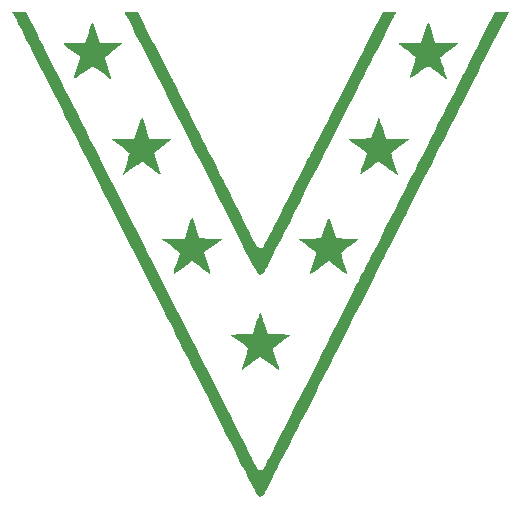
<source format=gbo>
%TF.GenerationSoftware,KiCad,Pcbnew,8.0.4*%
%TF.CreationDate,2024-09-05T11:54:57-04:00*%
%TF.ProjectId,ESP32-RC_R0,45535033-322d-4524-935f-52302e6b6963,0*%
%TF.SameCoordinates,Original*%
%TF.FileFunction,Legend,Bot*%
%TF.FilePolarity,Positive*%
%FSLAX46Y46*%
G04 Gerber Fmt 4.6, Leading zero omitted, Abs format (unit mm)*
G04 Created by KiCad (PCBNEW 8.0.4) date 2024-09-05 11:54:57*
%MOMM*%
%LPD*%
G01*
G04 APERTURE LIST*
%ADD10C,0.000000*%
G04 APERTURE END LIST*
D10*
%TO.C,G6*%
G36*
X133417620Y-90479495D02*
G01*
X133464534Y-90601067D01*
X133536221Y-90801305D01*
X133625837Y-91060934D01*
X133726539Y-91360682D01*
X134018025Y-92239319D01*
X134998737Y-92268248D01*
X135979449Y-92297178D01*
X135190985Y-92870843D01*
X134402521Y-93444508D01*
X134513932Y-93767654D01*
X134554277Y-93887068D01*
X134634889Y-94132344D01*
X134727950Y-94421045D01*
X134820400Y-94712886D01*
X134888049Y-94941138D01*
X134937394Y-95135591D01*
X134959008Y-95260260D01*
X134948489Y-95295138D01*
X134919255Y-95275603D01*
X134805325Y-95195051D01*
X134626032Y-95066032D01*
X134398986Y-94901248D01*
X134141801Y-94713398D01*
X133402080Y-94171491D01*
X132608544Y-94747757D01*
X132401581Y-94897228D01*
X132165698Y-95065311D01*
X131976610Y-95197411D01*
X131849830Y-95282722D01*
X131800870Y-95310434D01*
X131806794Y-95277515D01*
X131841981Y-95150646D01*
X131903313Y-94945798D01*
X131985265Y-94681331D01*
X132082308Y-94375600D01*
X132377883Y-93454353D01*
X132212163Y-93323333D01*
X132201279Y-93314796D01*
X132080458Y-93223010D01*
X131892959Y-93083374D01*
X131662300Y-92913320D01*
X131412002Y-92730280D01*
X130777562Y-92268248D01*
X131769464Y-92268248D01*
X132761366Y-92268248D01*
X133067063Y-91345113D01*
X133147001Y-91107934D01*
X133241569Y-90839044D01*
X133320244Y-90628600D01*
X133376525Y-90493842D01*
X133403907Y-90452011D01*
X133417620Y-90479495D01*
G37*
G36*
X145009720Y-90502904D02*
G01*
X145055383Y-90631997D01*
X145126486Y-90838937D01*
X145215677Y-91102226D01*
X145315598Y-91400367D01*
X145595347Y-92239319D01*
X146571968Y-92268248D01*
X147548589Y-92297178D01*
X146783962Y-92860217D01*
X146605775Y-92993512D01*
X146372668Y-93175023D01*
X146186798Y-93328455D01*
X146063807Y-93440745D01*
X146019335Y-93498832D01*
X146024546Y-93528765D01*
X146059605Y-93657640D01*
X146122230Y-93863983D01*
X146206004Y-94126940D01*
X146304509Y-94425656D01*
X146361941Y-94600439D01*
X146445168Y-94868598D01*
X146505481Y-95083082D01*
X146537816Y-95225360D01*
X146537111Y-95276904D01*
X146506148Y-95262863D01*
X146392547Y-95191629D01*
X146213905Y-95070432D01*
X145987102Y-94910815D01*
X145729018Y-94724320D01*
X144973498Y-94171735D01*
X144180129Y-94747879D01*
X143973335Y-94897333D01*
X143737715Y-95065633D01*
X143549029Y-95198103D01*
X143422756Y-95283900D01*
X143374376Y-95312186D01*
X143379313Y-95285133D01*
X143412882Y-95165122D01*
X143472761Y-94966243D01*
X143553314Y-94707095D01*
X143648905Y-94406281D01*
X143712724Y-94204041D01*
X143798181Y-93920730D01*
X143863755Y-93687472D01*
X143903933Y-93524195D01*
X143913203Y-93450826D01*
X143890058Y-93424240D01*
X143786555Y-93335307D01*
X143615524Y-93200275D01*
X143393391Y-93031993D01*
X143136581Y-92843309D01*
X142382575Y-92297178D01*
X143367934Y-92268248D01*
X144353294Y-92239319D01*
X144657603Y-91313578D01*
X144730499Y-91096671D01*
X144829850Y-90818957D01*
X144911104Y-90614335D01*
X144969152Y-90495371D01*
X144998881Y-90474626D01*
X145009720Y-90502904D01*
G37*
G36*
X139205101Y-98544507D02*
G01*
X139253232Y-98664894D01*
X139324618Y-98864479D01*
X139412806Y-99125044D01*
X139511340Y-99428371D01*
X139801750Y-100339547D01*
X140784233Y-100368476D01*
X141766715Y-100397405D01*
X141001844Y-100947064D01*
X140828705Y-101073766D01*
X140593404Y-101254202D01*
X140405441Y-101408509D01*
X140280737Y-101523422D01*
X140235216Y-101585679D01*
X140239980Y-101617622D01*
X140274362Y-101750520D01*
X140336536Y-101960365D01*
X140420095Y-102225903D01*
X140518632Y-102525884D01*
X140576111Y-102700310D01*
X140660342Y-102968600D01*
X140722364Y-103183198D01*
X140756942Y-103325557D01*
X140758844Y-103377132D01*
X140727977Y-103362298D01*
X140614859Y-103290507D01*
X140436247Y-103169381D01*
X140208820Y-103010302D01*
X139949254Y-102824651D01*
X139184626Y-102272171D01*
X138624190Y-102674567D01*
X138421688Y-102820477D01*
X138180870Y-102995215D01*
X137974615Y-103146151D01*
X137832724Y-103251560D01*
X137748769Y-103313241D01*
X137636888Y-103388245D01*
X137586672Y-103411136D01*
X137590963Y-103383747D01*
X137623853Y-103263267D01*
X137683439Y-103064073D01*
X137764085Y-102804848D01*
X137860157Y-102504277D01*
X137925062Y-102302611D01*
X138014002Y-102022496D01*
X138085093Y-101793937D01*
X138132303Y-101636413D01*
X138149602Y-101569404D01*
X138127928Y-101543050D01*
X138027821Y-101455968D01*
X137860308Y-101321873D01*
X137640881Y-101153077D01*
X137385031Y-100961887D01*
X136619520Y-100397405D01*
X137584188Y-100381557D01*
X138548856Y-100365708D01*
X138852452Y-99441352D01*
X138930680Y-99206428D01*
X139025216Y-98931828D01*
X139104061Y-98713402D01*
X139160667Y-98569156D01*
X139188489Y-98517096D01*
X139205101Y-98544507D01*
G37*
G36*
X149222088Y-82028235D02*
G01*
X149272304Y-82143055D01*
X149346397Y-82337516D01*
X149437858Y-82594374D01*
X149540180Y-82896382D01*
X149845430Y-83818167D01*
X150829401Y-83833982D01*
X151813371Y-83849797D01*
X151028198Y-84416012D01*
X150832804Y-84558236D01*
X150598104Y-84733046D01*
X150411373Y-84876852D01*
X150288084Y-84977674D01*
X150243707Y-85023529D01*
X150251191Y-85055369D01*
X150288604Y-85182787D01*
X150352073Y-85388087D01*
X150435553Y-85651819D01*
X150533001Y-85954535D01*
X150598271Y-86156404D01*
X150686988Y-86433193D01*
X150757782Y-86657023D01*
X150804656Y-86808881D01*
X150821613Y-86869750D01*
X150816667Y-86872087D01*
X150751073Y-86840149D01*
X150633572Y-86763354D01*
X150552875Y-86706026D01*
X150387816Y-86587300D01*
X150178998Y-86436173D01*
X149949351Y-86269337D01*
X149721802Y-86103484D01*
X149519280Y-85955304D01*
X149364714Y-85841490D01*
X149281031Y-85778732D01*
X149273926Y-85775639D01*
X149184200Y-85802556D01*
X149010687Y-85901439D01*
X148757216Y-86069925D01*
X148427614Y-86305650D01*
X148219104Y-86455977D01*
X147987992Y-86615877D01*
X147804389Y-86735124D01*
X147683277Y-86804071D01*
X147639636Y-86813072D01*
X147645867Y-86779073D01*
X147681349Y-86646242D01*
X147742946Y-86436078D01*
X147824595Y-86169055D01*
X147920233Y-85865646D01*
X148200575Y-84988557D01*
X147847654Y-84740610D01*
X147805824Y-84711121D01*
X147573199Y-84544897D01*
X147308348Y-84352989D01*
X147060793Y-84171231D01*
X146626852Y-83849797D01*
X147605709Y-83820868D01*
X148584565Y-83791938D01*
X148878602Y-82913619D01*
X148943233Y-82722057D01*
X149038556Y-82445330D01*
X149118350Y-82220729D01*
X149175723Y-82067516D01*
X149203784Y-82004949D01*
X149222088Y-82028235D01*
G37*
G36*
X129170353Y-81999855D02*
G01*
X129217253Y-82123599D01*
X129288434Y-82325841D01*
X129377595Y-82588577D01*
X129478433Y-82893802D01*
X129780088Y-83818217D01*
X130760134Y-83834007D01*
X131740180Y-83849797D01*
X131054359Y-84352245D01*
X130957080Y-84423527D01*
X130713333Y-84602253D01*
X130503845Y-84756026D01*
X130348316Y-84870375D01*
X130266452Y-84930833D01*
X130246438Y-84947332D01*
X130219173Y-84987730D01*
X130212200Y-85051943D01*
X130228882Y-85157128D01*
X130272582Y-85320444D01*
X130346665Y-85559049D01*
X130454493Y-85890101D01*
X130517422Y-86083058D01*
X130607589Y-86365044D01*
X130679614Y-86597208D01*
X130727342Y-86759565D01*
X130744620Y-86832131D01*
X130703096Y-86831169D01*
X130593953Y-86771931D01*
X130440861Y-86667206D01*
X130362096Y-86609233D01*
X130147112Y-86451337D01*
X129896956Y-86267925D01*
X129651065Y-86087924D01*
X129165027Y-85732470D01*
X128783183Y-86002878D01*
X128770762Y-86011683D01*
X128524772Y-86188441D01*
X128247814Y-86390799D01*
X127997499Y-86576683D01*
X127915712Y-86637426D01*
X127746892Y-86757801D01*
X127625689Y-86837101D01*
X127574131Y-86860554D01*
X127573888Y-86860052D01*
X127587043Y-86797646D01*
X127628008Y-86648662D01*
X127689975Y-86435477D01*
X127766138Y-86180465D01*
X127849688Y-85905999D01*
X127933818Y-85634455D01*
X128011721Y-85388207D01*
X128076590Y-85189631D01*
X128121616Y-85061099D01*
X128100225Y-85025271D01*
X127999689Y-84929652D01*
X127830803Y-84789522D01*
X127608443Y-84617111D01*
X127347489Y-84424653D01*
X126549859Y-83849797D01*
X127535246Y-83834021D01*
X128520633Y-83818244D01*
X128826759Y-82893816D01*
X128905602Y-82657929D01*
X128999374Y-82383641D01*
X129076420Y-82165478D01*
X129130364Y-82021404D01*
X129154831Y-81969387D01*
X129170353Y-81999855D01*
G37*
G36*
X153389286Y-73928497D02*
G01*
X153439824Y-74023740D01*
X153513892Y-74207190D01*
X153606138Y-74465267D01*
X153711211Y-74784390D01*
X154007951Y-75717925D01*
X155002643Y-75733747D01*
X155997335Y-75749569D01*
X155203096Y-76319878D01*
X154999090Y-76467134D01*
X154763926Y-76639059D01*
X154576915Y-76778333D01*
X154453434Y-76873476D01*
X154408857Y-76913005D01*
X154416725Y-76942674D01*
X154454388Y-77066380D01*
X154517806Y-77268503D01*
X154601040Y-77530164D01*
X154698150Y-77832485D01*
X154764653Y-78039494D01*
X154853184Y-78318175D01*
X154923800Y-78544269D01*
X154970540Y-78698625D01*
X154987444Y-78762090D01*
X154982375Y-78766124D01*
X154916702Y-78738167D01*
X154799403Y-78663126D01*
X154719769Y-78606524D01*
X154557051Y-78489456D01*
X154349805Y-78339491D01*
X154121089Y-78173402D01*
X153893959Y-78007965D01*
X153691471Y-77859953D01*
X153536681Y-77746142D01*
X153452647Y-77683305D01*
X153425380Y-77684551D01*
X153313419Y-77737534D01*
X153131623Y-77847890D01*
X152893784Y-78007019D01*
X152613695Y-78206322D01*
X152414831Y-78348921D01*
X152181235Y-78509024D01*
X151993673Y-78628919D01*
X151867626Y-78698821D01*
X151818572Y-78708944D01*
X151821505Y-78677187D01*
X151852999Y-78547693D01*
X151912780Y-78340992D01*
X151994853Y-78077427D01*
X152093220Y-77777337D01*
X152153194Y-77594828D01*
X152238657Y-77318992D01*
X152301864Y-77094028D01*
X152337493Y-76939387D01*
X152340224Y-76874520D01*
X152321946Y-76860272D01*
X152222750Y-76787083D01*
X152055409Y-76665557D01*
X151837500Y-76508429D01*
X151586602Y-76328438D01*
X151462449Y-76239159D01*
X151226901Y-76067257D01*
X151034048Y-75923149D01*
X150901155Y-75819837D01*
X150845489Y-75770322D01*
X150871480Y-75757333D01*
X150994030Y-75742707D01*
X151199986Y-75731082D01*
X151471262Y-75723409D01*
X151789776Y-75720640D01*
X152764768Y-75720640D01*
X153046206Y-74855991D01*
X153102701Y-74683671D01*
X153197541Y-74400148D01*
X153278674Y-74164748D01*
X153338910Y-73998167D01*
X153371057Y-73921099D01*
X153389286Y-73928497D01*
G37*
G36*
X125007065Y-73993283D02*
G01*
X125079786Y-74159434D01*
X125177679Y-74426428D01*
X125298847Y-74789601D01*
X125598323Y-75717921D01*
X126586336Y-75733745D01*
X127574348Y-75749569D01*
X126888527Y-76252017D01*
X126791615Y-76323029D01*
X126547476Y-76502024D01*
X126337346Y-76656228D01*
X126181010Y-76771118D01*
X126098254Y-76832168D01*
X126071374Y-76855051D01*
X126046613Y-76897155D01*
X126041830Y-76964758D01*
X126060216Y-77074758D01*
X126104961Y-77244055D01*
X126179258Y-77489551D01*
X126286295Y-77828144D01*
X126358125Y-78054495D01*
X126445946Y-78333843D01*
X126515872Y-78559384D01*
X126562090Y-78712325D01*
X126578788Y-78773870D01*
X126569103Y-78780061D01*
X126506465Y-78745388D01*
X126481921Y-78726514D01*
X126300424Y-78591114D01*
X126078663Y-78430846D01*
X125835793Y-78258938D01*
X125590969Y-78088620D01*
X125363345Y-77933122D01*
X125172078Y-77805673D01*
X125036320Y-77719502D01*
X124975228Y-77687838D01*
X124942480Y-77701719D01*
X124825973Y-77772449D01*
X124644547Y-77892881D01*
X124415345Y-78051532D01*
X124155514Y-78236917D01*
X123975072Y-78365335D01*
X123745008Y-78522079D01*
X123561662Y-78638528D01*
X123440392Y-78705068D01*
X123396556Y-78712083D01*
X123402382Y-78679935D01*
X123438406Y-78548965D01*
X123501847Y-78340835D01*
X123586336Y-78076187D01*
X123685504Y-77775659D01*
X123744818Y-77594801D01*
X123829542Y-77320150D01*
X123891720Y-77096754D01*
X123926127Y-76943936D01*
X123927533Y-76881016D01*
X123875854Y-76845224D01*
X123701887Y-76721546D01*
X123488136Y-76566477D01*
X123253664Y-76394211D01*
X123017534Y-76218942D01*
X122798808Y-76054862D01*
X122616550Y-75916167D01*
X122489821Y-75817049D01*
X122437686Y-75771702D01*
X122459054Y-75758943D01*
X122576550Y-75743540D01*
X122780865Y-75731420D01*
X123055283Y-75723485D01*
X123383084Y-75720640D01*
X124360040Y-75720640D01*
X124632306Y-74867223D01*
X124683772Y-74707164D01*
X124777250Y-74422990D01*
X124857948Y-74185922D01*
X124918608Y-74017070D01*
X124951971Y-73937543D01*
X124961417Y-73932640D01*
X125007065Y-73993283D01*
G37*
G36*
X130047576Y-75503670D02*
G01*
X130221901Y-75848713D01*
X130493260Y-76385244D01*
X130760681Y-76913353D01*
X131016138Y-77417221D01*
X131251604Y-77881032D01*
X131459054Y-78288967D01*
X131630460Y-78625210D01*
X131757796Y-78873943D01*
X131803388Y-78962892D01*
X131934225Y-79219377D01*
X132108690Y-79562531D01*
X132321079Y-79981084D01*
X132565687Y-80463769D01*
X132836806Y-80999317D01*
X133128732Y-81576461D01*
X133435759Y-82183933D01*
X133752181Y-82810464D01*
X134072292Y-83444786D01*
X134271619Y-83839795D01*
X134576726Y-84443928D01*
X134868328Y-85020729D01*
X135141606Y-85560697D01*
X135391740Y-86054329D01*
X135613910Y-86492124D01*
X135803299Y-86864580D01*
X135955085Y-87162196D01*
X136064449Y-87375470D01*
X136126573Y-87494900D01*
X136176077Y-87589768D01*
X136281781Y-87796052D01*
X136427931Y-88083678D01*
X136608170Y-88440049D01*
X136816139Y-88852569D01*
X137045481Y-89308640D01*
X137289839Y-89795666D01*
X137542854Y-90301050D01*
X137752275Y-90718433D01*
X137992113Y-91192959D01*
X138215640Y-91631545D01*
X138417010Y-92022900D01*
X138590376Y-92355736D01*
X138729889Y-92618762D01*
X138829702Y-92800690D01*
X138883968Y-92890230D01*
X138950746Y-92965303D01*
X139117877Y-93065669D01*
X139288550Y-93071015D01*
X139435289Y-92977018D01*
X139443185Y-92965564D01*
X139499991Y-92865345D01*
X139602617Y-92673607D01*
X139746455Y-92399292D01*
X139926898Y-92051341D01*
X140139337Y-91638693D01*
X140379166Y-91170290D01*
X140641776Y-90655073D01*
X140922560Y-90101981D01*
X141216911Y-89519957D01*
X141222196Y-89509486D01*
X141534236Y-88891584D01*
X141845887Y-88274919D01*
X142150686Y-87672253D01*
X142442168Y-87096345D01*
X142713870Y-86559958D01*
X142959327Y-86075852D01*
X143172077Y-85656788D01*
X143345654Y-85315527D01*
X143473595Y-85064831D01*
X143502136Y-85009023D01*
X143640240Y-84738196D01*
X143822662Y-84379548D01*
X144043209Y-83945294D01*
X144295688Y-83447649D01*
X144573906Y-82898830D01*
X144871669Y-82311053D01*
X145182784Y-81696534D01*
X145501057Y-81067487D01*
X145820296Y-80436130D01*
X145823387Y-80430013D01*
X146158457Y-79767251D01*
X146504592Y-79082832D01*
X146853887Y-78392374D01*
X147198437Y-77711495D01*
X147530336Y-77055813D01*
X147841678Y-76440945D01*
X148124557Y-75882509D01*
X148371070Y-75396123D01*
X148573309Y-74997405D01*
X149542329Y-73088066D01*
X150095183Y-73071506D01*
X150236720Y-73068983D01*
X150449133Y-73073022D01*
X150594287Y-73086510D01*
X150648036Y-73107859D01*
X150631822Y-73151488D01*
X150569594Y-73287452D01*
X150467349Y-73500314D01*
X150332159Y-73775563D01*
X150171101Y-74098686D01*
X149991247Y-74455170D01*
X149981986Y-74473422D01*
X149819676Y-74793494D01*
X149613951Y-75199442D01*
X149373055Y-75674986D01*
X149105232Y-76203843D01*
X148818726Y-76769733D01*
X148521781Y-77356375D01*
X148222641Y-77947487D01*
X147929551Y-78526790D01*
X147633918Y-79111017D01*
X147325575Y-79720026D01*
X147015853Y-80331454D01*
X146713682Y-80927686D01*
X146427992Y-81491107D01*
X146167713Y-82004099D01*
X145941775Y-82449049D01*
X145759108Y-82808339D01*
X145671851Y-82979918D01*
X145474300Y-83368897D01*
X145236758Y-83837136D01*
X144967132Y-84369028D01*
X144673328Y-84948966D01*
X144363251Y-85561343D01*
X144044807Y-86190553D01*
X143725902Y-86820988D01*
X143414440Y-87437041D01*
X142993987Y-88268826D01*
X142500658Y-89244454D01*
X142055045Y-90125252D01*
X141654700Y-90915996D01*
X141297175Y-91621460D01*
X140980022Y-92246419D01*
X140700793Y-92795648D01*
X140457040Y-93273922D01*
X140246316Y-93686015D01*
X140066172Y-94036703D01*
X139914159Y-94330760D01*
X139787832Y-94572961D01*
X139684740Y-94768081D01*
X139602437Y-94920894D01*
X139538474Y-95036176D01*
X139490403Y-95118701D01*
X139455777Y-95173244D01*
X139432147Y-95204581D01*
X139311840Y-95300851D01*
X139143601Y-95324653D01*
X138966180Y-95233510D01*
X138959988Y-95227771D01*
X138890349Y-95132735D01*
X138781361Y-94953888D01*
X138643021Y-94708862D01*
X138485325Y-94415288D01*
X138318271Y-94090799D01*
X138157470Y-93772033D01*
X137915988Y-93293868D01*
X137628828Y-92725720D01*
X137299671Y-92074860D01*
X136932200Y-91348556D01*
X136530095Y-90554078D01*
X136097039Y-89698696D01*
X135636711Y-88789680D01*
X135152794Y-87834299D01*
X134648970Y-86839822D01*
X134128919Y-85813520D01*
X133596323Y-84762661D01*
X133054864Y-83694517D01*
X132508222Y-82616355D01*
X131960080Y-81535446D01*
X131879840Y-81377192D01*
X131646730Y-80917112D01*
X131374119Y-80378696D01*
X131071027Y-79779775D01*
X130746474Y-79138182D01*
X130409477Y-78471749D01*
X130069059Y-77798309D01*
X129734237Y-77135693D01*
X129414031Y-76501733D01*
X129409296Y-76492356D01*
X129126546Y-75933156D01*
X128858513Y-75404447D01*
X128609862Y-74915340D01*
X128385257Y-74474941D01*
X128189361Y-74092361D01*
X128026838Y-73776708D01*
X127902352Y-73537089D01*
X127820567Y-73382615D01*
X127786147Y-73322394D01*
X127761788Y-73282534D01*
X127735964Y-73163282D01*
X127740728Y-73127925D01*
X127775228Y-73091650D01*
X127861491Y-73070841D01*
X128020821Y-73061376D01*
X128274522Y-73059137D01*
X128813081Y-73059137D01*
X130047576Y-75503670D01*
G37*
G36*
X158658037Y-76111187D02*
G01*
X158550080Y-76324488D01*
X158230648Y-76955454D01*
X157902169Y-77604063D01*
X157573397Y-78253044D01*
X157253086Y-78885124D01*
X156949990Y-79483032D01*
X156672862Y-80029495D01*
X156430455Y-80507242D01*
X156231524Y-80899000D01*
X156098800Y-81160284D01*
X155710029Y-81926190D01*
X155271497Y-82790865D01*
X154784884Y-83750990D01*
X154251874Y-84803243D01*
X153674148Y-85944303D01*
X153053388Y-87170848D01*
X152391277Y-88479557D01*
X151689496Y-89867109D01*
X151565004Y-90113260D01*
X151252163Y-90731623D01*
X150921157Y-91385640D01*
X150583713Y-92052155D01*
X150251557Y-92708014D01*
X149936416Y-93330060D01*
X149650015Y-93895138D01*
X149404081Y-94380093D01*
X149328917Y-94528266D01*
X149065672Y-95047424D01*
X148766176Y-95638338D01*
X148442500Y-96277178D01*
X148106714Y-96940116D01*
X147770889Y-97603321D01*
X147447095Y-98242965D01*
X147147402Y-98835219D01*
X147054122Y-99019589D01*
X146745352Y-99629725D01*
X146416388Y-100279566D01*
X146079297Y-100945284D01*
X145746148Y-101603049D01*
X145429010Y-102229033D01*
X145139950Y-102799408D01*
X144891037Y-103290344D01*
X144746218Y-103575958D01*
X144479086Y-104103066D01*
X144177805Y-104697819D01*
X143853473Y-105338297D01*
X143517189Y-106002580D01*
X143180050Y-106668746D01*
X142853155Y-107314874D01*
X142547602Y-107919045D01*
X142433732Y-108144236D01*
X141975210Y-109050663D01*
X141565297Y-109860303D01*
X141201239Y-110578496D01*
X140880278Y-111210587D01*
X140599658Y-111761917D01*
X140356623Y-112237828D01*
X140148418Y-112643663D01*
X139972285Y-112984765D01*
X139825469Y-113266474D01*
X139705213Y-113494135D01*
X139608762Y-113673089D01*
X139533359Y-113808678D01*
X139476247Y-113906245D01*
X139434672Y-113971131D01*
X139405876Y-114008681D01*
X139294150Y-114098222D01*
X139177536Y-114138863D01*
X139070918Y-114103392D01*
X138952521Y-114008681D01*
X138924350Y-113966849D01*
X138843032Y-113825578D01*
X138719742Y-113599656D01*
X138560392Y-113300305D01*
X138370890Y-112938749D01*
X138157146Y-112526211D01*
X137925069Y-112073913D01*
X137680568Y-111593077D01*
X137583900Y-111402110D01*
X137313920Y-110868694D01*
X137005552Y-110259346D01*
X136668625Y-109593490D01*
X136312967Y-108890554D01*
X135948406Y-108169961D01*
X135584769Y-107451136D01*
X135231886Y-106753506D01*
X134899583Y-106096494D01*
X134711125Y-105723913D01*
X134383801Y-105077017D01*
X134050647Y-104418853D01*
X133719953Y-103765782D01*
X133400008Y-103134169D01*
X133099102Y-102540378D01*
X132825524Y-102000772D01*
X132587565Y-101531714D01*
X132393515Y-101149569D01*
X132291422Y-100948631D01*
X132067926Y-100508555D01*
X131829840Y-100039487D01*
X131574269Y-99535715D01*
X131298321Y-98991525D01*
X130999100Y-98401203D01*
X130673714Y-97759035D01*
X130319266Y-97059308D01*
X129932865Y-96296308D01*
X129511615Y-95464322D01*
X129052623Y-94557636D01*
X128552994Y-93570535D01*
X128009834Y-92497308D01*
X127420250Y-91332239D01*
X126781347Y-90069615D01*
X126637415Y-89785176D01*
X126265603Y-89050528D01*
X125891479Y-88311481D01*
X125521103Y-87579998D01*
X125160534Y-86868041D01*
X124815834Y-86187572D01*
X124493061Y-85550553D01*
X124198277Y-84968946D01*
X123937540Y-84454714D01*
X123716911Y-84019818D01*
X123542450Y-83676221D01*
X123460515Y-83514894D01*
X123232338Y-83065155D01*
X122964622Y-82536958D01*
X122666226Y-81947807D01*
X122346010Y-81315205D01*
X122012831Y-80656656D01*
X121675550Y-79989664D01*
X121343024Y-79331733D01*
X121024112Y-78700367D01*
X120831639Y-78319320D01*
X120523608Y-77710018D01*
X120217263Y-77104633D01*
X119919804Y-76517366D01*
X119638434Y-75962419D01*
X119380354Y-75453993D01*
X119152766Y-75006289D01*
X118962873Y-74633509D01*
X118817875Y-74349854D01*
X118700314Y-74119974D01*
X118535783Y-73796160D01*
X118395120Y-73516800D01*
X118285618Y-73296492D01*
X118214570Y-73149834D01*
X118189267Y-73091425D01*
X118211071Y-73082566D01*
X118324791Y-73070589D01*
X118513832Y-73062449D01*
X118753390Y-73059550D01*
X119317513Y-73059964D01*
X120317988Y-75041213D01*
X120473697Y-75349501D01*
X120742128Y-75880752D01*
X121044472Y-76478917D01*
X121369742Y-77122266D01*
X121706949Y-77789069D01*
X122045104Y-78457595D01*
X122373220Y-79106114D01*
X122680309Y-79712895D01*
X122896070Y-80139154D01*
X123240741Y-80820103D01*
X123615687Y-81560884D01*
X124007968Y-82335927D01*
X124404642Y-83119662D01*
X124792767Y-83886522D01*
X125159402Y-84610937D01*
X125491607Y-85267337D01*
X125494021Y-85272108D01*
X125804217Y-85884913D01*
X126130574Y-86529435D01*
X126463323Y-87186393D01*
X126792692Y-87836503D01*
X127108912Y-88460484D01*
X127402212Y-89039054D01*
X127662822Y-89552928D01*
X127880970Y-89982827D01*
X127892872Y-90006271D01*
X128139192Y-90491688D01*
X128424428Y-91054099D01*
X128735947Y-91668578D01*
X129061115Y-92310200D01*
X129387302Y-92954038D01*
X129701874Y-93575166D01*
X129992199Y-94148658D01*
X130265571Y-94688796D01*
X130875635Y-95894137D01*
X131439052Y-97007250D01*
X131959747Y-98035883D01*
X132441642Y-98987785D01*
X132888660Y-99870705D01*
X133304725Y-100692391D01*
X133693761Y-101460593D01*
X134059691Y-102183059D01*
X134406437Y-102867538D01*
X134737924Y-103521779D01*
X134987130Y-104013639D01*
X135311015Y-104653019D01*
X135654372Y-105330955D01*
X136002843Y-106019095D01*
X136342070Y-106689083D01*
X136657695Y-107312565D01*
X136935359Y-107861187D01*
X136937894Y-107866197D01*
X137190854Y-108366010D01*
X137447129Y-108872242D01*
X137697461Y-109366614D01*
X137932592Y-109830846D01*
X138143263Y-110246658D01*
X138320216Y-110595772D01*
X138454192Y-110859908D01*
X138483441Y-110917405D01*
X138661275Y-111259088D01*
X138800532Y-111509078D01*
X138908842Y-111679539D01*
X138993835Y-111782630D01*
X139063142Y-111830515D01*
X139152704Y-111856324D01*
X139329904Y-111840365D01*
X139462262Y-111717768D01*
X139465586Y-111712254D01*
X139518948Y-111614044D01*
X139622896Y-111415161D01*
X139776212Y-111117992D01*
X139977681Y-110724927D01*
X140226087Y-110238353D01*
X140520213Y-109660659D01*
X140858843Y-108994233D01*
X141240762Y-108241463D01*
X141664752Y-107404739D01*
X142129599Y-106486447D01*
X142634085Y-105488977D01*
X142783983Y-105192518D01*
X143102436Y-104562909D01*
X143438600Y-103898523D01*
X143780827Y-103222368D01*
X144117466Y-102557456D01*
X144436869Y-101926796D01*
X144727387Y-101353399D01*
X144977372Y-100860275D01*
X145097513Y-100623332D01*
X145369385Y-100086932D01*
X145675947Y-99481858D01*
X146005550Y-98831115D01*
X146346542Y-98157709D01*
X146687273Y-97484646D01*
X147016094Y-96834933D01*
X147321355Y-96231574D01*
X147528578Y-95821919D01*
X147743700Y-95396683D01*
X147951049Y-94986855D01*
X148154915Y-94583961D01*
X148359590Y-94179528D01*
X148569364Y-93765081D01*
X148788527Y-93332146D01*
X149021370Y-92872251D01*
X149272183Y-92376920D01*
X149545258Y-91837680D01*
X149844885Y-91246056D01*
X150175354Y-90593576D01*
X150540956Y-89871765D01*
X150945982Y-89072148D01*
X151394722Y-88186253D01*
X151891467Y-87205606D01*
X151951457Y-87087174D01*
X152239710Y-86518050D01*
X152563989Y-85877714D01*
X152911112Y-85192201D01*
X153267898Y-84487544D01*
X153621165Y-83789776D01*
X153957731Y-83124932D01*
X154264415Y-82519045D01*
X154388946Y-82273026D01*
X154689314Y-81679794D01*
X155002120Y-81062198D01*
X155316587Y-80441508D01*
X155621935Y-79838995D01*
X155907385Y-79275927D01*
X156162159Y-78773577D01*
X156375477Y-78353214D01*
X156404252Y-78296530D01*
X156662442Y-77787504D01*
X156954576Y-77210962D01*
X157264520Y-76598784D01*
X157576136Y-75982848D01*
X157873291Y-75395034D01*
X158139849Y-74867223D01*
X159052388Y-73059137D01*
X159627514Y-73059137D01*
X160202638Y-73059137D01*
X158658037Y-76111187D01*
G37*
%TD*%
M02*

</source>
